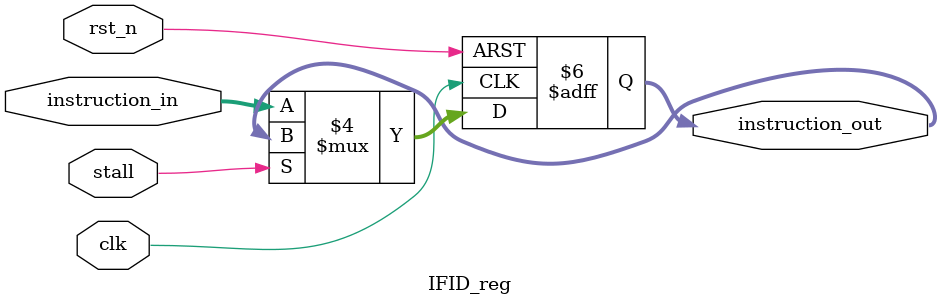
<source format=sv>
module IFID_reg(clk, rst_n, stall, instruction_in, instruction_out);


// IF/ID pipeline register for the 554 CPU


////////////////////////////////////////////////////////////////////////////////


// I/O
input [31:0] instruction_in; // instruction from the IF stage
input clk, rst_n, stall;
output reg [31:0] instruction_out; // instruction for the ID stage


////////////////////////////////////////////////////////////////////////////////


// Register
always_ff @(posedge clk, negedge rst_n) begin
	if (!rst_n) instruction_out <= 32'h00000000;
	else if (stall) instruction_out <= instruction_out;
	else instruction_out <= instruction_in;
end


endmodule

</source>
